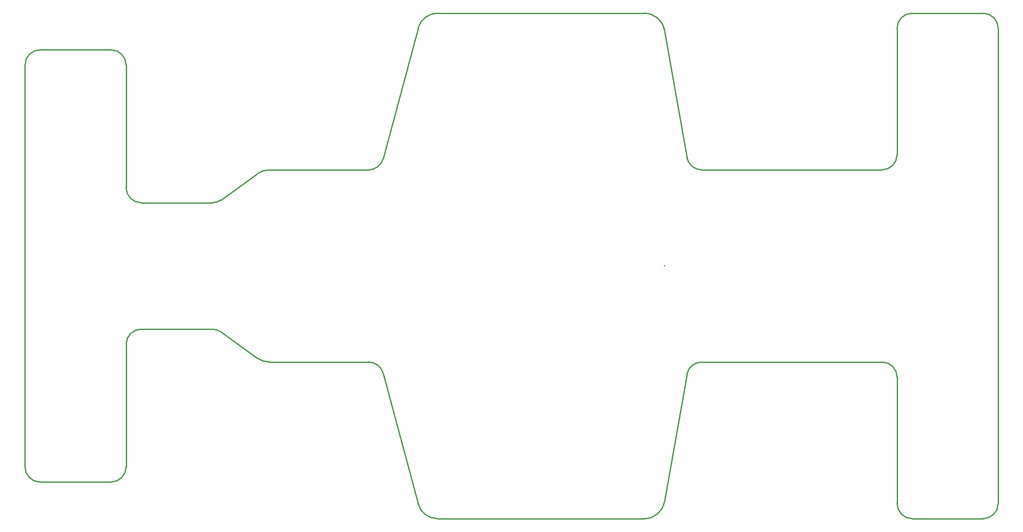
<source format=gko>
G04 Layer: BoardOutlineLayer*
G04 EasyEDA v6.5.34, 2023-09-07 22:36:22*
G04 6936e88fb932453b8581c8861ee1522a,0b3e81c085af431c91bff7fd5324728f,10*
G04 Gerber Generator version 0.2*
G04 Scale: 100 percent, Rotated: No, Reflected: No *
G04 Dimensions in millimeters *
G04 leading zeros omitted , absolute positions ,4 integer and 5 decimal *
%FSLAX45Y45*%
%MOMM*%

%ADD10C,0.2499*%
D10*
X0Y8974980D02*
G01*
X0Y1024996D01*
X4829332Y3099993D02*
G01*
X6793956Y3099993D01*
X19249961Y299999D02*
G01*
X19249961Y9699980D01*
X12647030Y330540D02*
G01*
X13091647Y2852089D01*
X8161723Y0D02*
G01*
X12253109Y0D01*
X13387090Y3099993D02*
G01*
X16949966Y3099993D01*
X3702987Y6249987D02*
G01*
X2299995Y6249987D01*
X1999995Y6549986D02*
G01*
X1999995Y8974980D01*
X2299995Y3749992D02*
G01*
X3702987Y3749992D01*
X7083732Y2877639D02*
G01*
X7775354Y296471D01*
X7775354Y9703508D02*
G01*
X7083732Y7122340D01*
X13091647Y7147890D02*
G01*
X12647030Y9669439D01*
X16949966Y6899986D02*
G01*
X13387090Y6899986D01*
X12646032Y5014701D02*
G01*
X12649974Y4999989D01*
X17249965Y9699980D02*
G01*
X17249965Y7199985D01*
X18949962Y9999979D02*
G01*
X17549964Y9999979D01*
X17549964Y0D02*
G01*
X18949962Y0D01*
X17249965Y2799994D02*
G01*
X17249965Y299999D01*
X3878633Y3693195D02*
G01*
X4595136Y3175721D01*
X1999995Y1024996D02*
G01*
X1999995Y3449993D01*
X299999Y724997D02*
G01*
X1699996Y724997D01*
X1699996Y9274980D02*
G01*
X299999Y9274980D01*
X4595136Y6824258D02*
G01*
X3878633Y6306784D01*
X6793956Y6899986D02*
G01*
X4829332Y6899986D01*
X12253109Y9999979D02*
G01*
X8161723Y9999979D01*
G75*
G01*
X13387090Y6899986D02*
G02*
X13091648Y7147890I-1J300000D01*
G75*
G01*
X12647031Y9669440D02*
G03*
X12253110Y9999980I-393923J-69459D01*
G75*
G01*
X8161724Y9999980D02*
G03*
X7775354Y9703509I-1J-399999D01*
G75*
G01*
X4829332Y6899986D02*
G03*
X4595137Y6824259I0J-399999D01*
G75*
G01*
X3878633Y6306784D02*
G02*
X3702987Y6249988I-175648J243203D01*
G75*
G01*
X2299995Y6249988D02*
G02*
X1999996Y6549987I0J299999D01*
G75*
G01*
X1999996Y8974981D02*
G03*
X1699997Y9274980I-299999J0D01*
G75*
G01*
X299999Y9274980D02*
G03*
X0Y8974981I0J-299999D01*
G75*
G01*
X0Y1024997D02*
G03*
X299999Y724997I299999J0D01*
G75*
G01*
X1699997Y724997D02*
G03*
X1999996Y1024997I0J300000D01*
G75*
G01*
X1999996Y3449993D02*
G02*
X2299995Y3749992I299999J0D01*
G75*
G01*
X3702987Y3749992D02*
G02*
X3878633Y3693196I-2J-299999D01*
G75*
G01*
X4595137Y3175721D02*
G03*
X4829332Y3099994I234195J324272D01*
G75*
G01*
X7775354Y296471D02*
G03*
X8161724Y0I386369J103528D01*
G75*
G01*
X12253110Y0D02*
G03*
X12647031Y330540I-2J399999D01*
G75*
G01*
X16949966Y3099994D02*
G02*
X17249965Y2799994I0J-300000D01*
G75*
G01*
X17249965Y299999D02*
G03*
X17549965Y0I300000J0D01*
G75*
G01*
X18949962Y0D02*
G03*
X19249962Y299999I0J299999D01*
G75*
G01*
X19249962Y9699981D02*
G03*
X18949962Y9999980I-300000J0D01*
G75*
G01*
X17549965Y9999980D02*
G03*
X17249965Y9699981I0J-299999D01*
G75*
G01*
X17249965Y7199986D02*
G02*
X16949966Y6899986I-299999J0D01*
G75*
G01*
X13091648Y2852090D02*
G02*
X13387090Y3099994I295441J-52096D01*
G75*
G01*
X7083732Y7122340D02*
G02*
X6793956Y6899986I-289777J77646D01*
G75*
G01*
X6793956Y3099994D02*
G02*
X7083732Y2877640I-1J-300000D01*

%LPD*%
M02*

</source>
